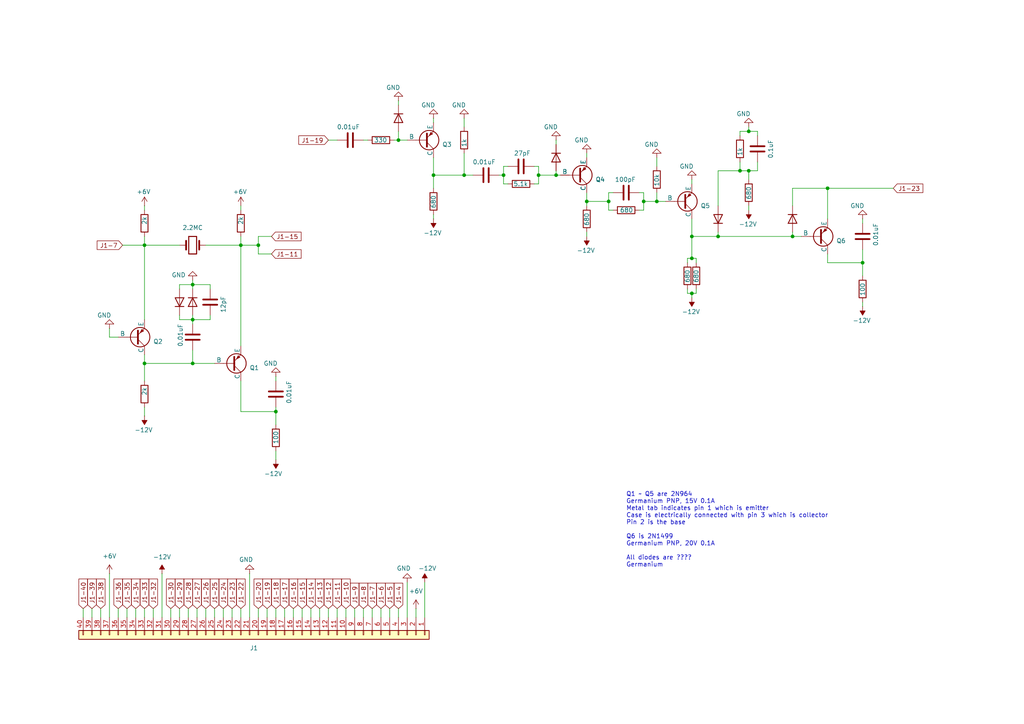
<source format=kicad_sch>
(kicad_sch (version 20250114) (generator "eeschema") (generator_version "9.0")
  (paper "A4")
  (lib_symbols
    (symbol "Connector_Generic:Conn_01x40" (pin_names (offset 1.016) (hide yes))
      (property "Reference" "J" (at 0 50.8 0))
      (property "Value" "Conn_01x40" (at 0 -53.34 0))
      (symbol "Conn_01x40_1_1"
        (rectangle (start -1.27 49.53) (end 1.27 -52.07) (stroke (width 0.254)) (fill (type background)))
        (rectangle (start -1.27 48.387) (end 0 48.133) (stroke (width 0.1524)))
        (rectangle (start -1.27 45.847) (end 0 45.593) (stroke (width 0.1524)))
        (rectangle (start -1.27 43.307) (end 0 43.053) (stroke (width 0.1524)))
        (rectangle (start -1.27 40.767) (end 0 40.513) (stroke (width 0.1524)))
        (rectangle (start -1.27 38.227) (end 0 37.973) (stroke (width 0.1524)))
        (rectangle (start -1.27 35.687) (end 0 35.433) (stroke (width 0.1524)))
        (rectangle (start -1.27 33.147) (end 0 32.893) (stroke (width 0.1524)))
        (rectangle (start -1.27 30.607) (end 0 30.353) (stroke (width 0.1524)))
        (rectangle (start -1.27 28.067) (end 0 27.813) (stroke (width 0.1524)))
        (rectangle (start -1.27 25.527) (end 0 25.273) (stroke (width 0.1524)))
        (rectangle (start -1.27 22.987) (end 0 22.733) (stroke (width 0.1524)))
        (rectangle (start -1.27 20.447) (end 0 20.193) (stroke (width 0.1524)))
        (rectangle (start -1.27 17.907) (end 0 17.653) (stroke (width 0.1524)))
        (rectangle (start -1.27 15.367) (end 0 15.113) (stroke (width 0.1524)))
        (rectangle (start -1.27 12.827) (end 0 12.573) (stroke (width 0.1524)))
        (rectangle (start -1.27 10.287) (end 0 10.033) (stroke (width 0.1524)))
        (rectangle (start -1.27 7.747) (end 0 7.493) (stroke (width 0.1524)))
        (rectangle (start -1.27 5.207) (end 0 4.953) (stroke (width 0.1524)))
        (rectangle (start -1.27 2.667) (end 0 2.413) (stroke (width 0.1524)))
        (rectangle (start -1.27 0.127) (end 0 -0.127) (stroke (width 0.1524)))
        (rectangle (start -1.27 -2.413) (end 0 -2.667) (stroke (width 0.1524)))
        (rectangle (start -1.27 -4.953) (end 0 -5.207) (stroke (width 0.1524)))
        (rectangle (start -1.27 -7.493) (end 0 -7.747) (stroke (width 0.1524)))
        (rectangle (start -1.27 -10.033) (end 0 -10.287) (stroke (width 0.1524)))
        (rectangle (start -1.27 -12.573) (end 0 -12.827) (stroke (width 0.1524)))
        (rectangle (start -1.27 -15.113) (end 0 -15.367) (stroke (width 0.1524)))
        (rectangle (start -1.27 -17.653) (end 0 -17.907) (stroke (width 0.1524)))
        (rectangle (start -1.27 -20.193) (end 0 -20.447) (stroke (width 0.1524)))
        (rectangle (start -1.27 -22.733) (end 0 -22.987) (stroke (width 0.1524)))
        (rectangle (start -1.27 -25.273) (end 0 -25.527) (stroke (width 0.1524)))
        (rectangle (start -1.27 -27.813) (end 0 -28.067) (stroke (width 0.1524)))
        (rectangle (start -1.27 -30.353) (end 0 -30.607) (stroke (width 0.1524)))
        (rectangle (start -1.27 -32.893) (end 0 -33.147) (stroke (width 0.1524)))
        (rectangle (start -1.27 -35.433) (end 0 -35.687) (stroke (width 0.1524)))
        (rectangle (start -1.27 -37.973) (end 0 -38.227) (stroke (width 0.1524)))
        (rectangle (start -1.27 -40.513) (end 0 -40.767) (stroke (width 0.1524)))
        (rectangle (start -1.27 -43.053) (end 0 -43.307) (stroke (width 0.1524)))
        (rectangle (start -1.27 -45.593) (end 0 -45.847) (stroke (width 0.1524)))
        (rectangle (start -1.27 -48.133) (end 0 -48.387) (stroke (width 0.1524)))
        (rectangle (start -1.27 -50.673) (end 0 -50.927) (stroke (width 0.1524)))
        (pin passive line (at -5.08 48.26 0) (length 3.81) (name "Pin_1") (number "1"))
        (pin passive line (at -5.08 45.72 0) (length 3.81) (name "Pin_2") (number "2"))
        (pin passive line (at -5.08 43.18 0) (length 3.81) (name "Pin_3") (number "3"))
        (pin passive line (at -5.08 40.64 0) (length 3.81) (name "Pin_4") (number "4"))
        (pin passive line (at -5.08 38.1 0) (length 3.81) (name "Pin_5") (number "5"))
        (pin passive line (at -5.08 35.56 0) (length 3.81) (name "Pin_6") (number "6"))
        (pin passive line (at -5.08 33.02 0) (length 3.81) (name "Pin_7") (number "7"))
        (pin passive line (at -5.08 30.48 0) (length 3.81) (name "Pin_8") (number "8"))
        (pin passive line (at -5.08 27.94 0) (length 3.81) (name "Pin_9") (number "9"))
        (pin passive line (at -5.08 25.4 0) (length 3.81) (name "Pin_10") (number "10"))
        (pin passive line (at -5.08 22.86 0) (length 3.81) (name "Pin_11") (number "11"))
        (pin passive line (at -5.08 20.32 0) (length 3.81) (name "Pin_12") (number "12"))
        (pin passive line (at -5.08 17.78 0) (length 3.81) (name "Pin_13") (number "13"))
        (pin passive line (at -5.08 15.24 0) (length 3.81) (name "Pin_14") (number "14"))
        (pin passive line (at -5.08 12.7 0) (length 3.81) (name "Pin_15") (number "15"))
        (pin passive line (at -5.08 10.16 0) (length 3.81) (name "Pin_16") (number "16"))
        (pin passive line (at -5.08 7.62 0) (length 3.81) (name "Pin_17") (number "17"))
        (pin passive line (at -5.08 5.08 0) (length 3.81) (name "Pin_18") (number "18"))
        (pin passive line (at -5.08 2.54 0) (length 3.81) (name "Pin_19") (number "19"))
        (pin passive line (at -5.08 0 0) (length 3.81) (name "Pin_20") (number "20"))
        (pin passive line (at -5.08 -2.54 0) (length 3.81) (name "Pin_21") (number "21"))
        (pin passive line (at -5.08 -5.08 0) (length 3.81) (name "Pin_22") (number "22"))
        (pin passive line (at -5.08 -7.62 0) (length 3.81) (name "Pin_23") (number "23"))
        (pin passive line (at -5.08 -10.16 0) (length 3.81) (name "Pin_24") (number "24"))
        (pin passive line (at -5.08 -12.7 0) (length 3.81) (name "Pin_25") (number "25"))
        (pin passive line (at -5.08 -15.24 0) (length 3.81) (name "Pin_26") (number "26"))
        (pin passive line (at -5.08 -17.78 0) (length 3.81) (name "Pin_27") (number "27"))
        (pin passive line (at -5.08 -20.32 0) (length 3.81) (name "Pin_28") (number "28"))
        (pin passive line (at -5.08 -22.86 0) (length 3.81) (name "Pin_29") (number "29"))
        (pin passive line (at -5.08 -25.4 0) (length 3.81) (name "Pin_30") (number "30"))
        (pin passive line (at -5.08 -27.94 0) (length 3.81) (name "Pin_31") (number "31"))
        (pin passive line (at -5.08 -30.48 0) (length 3.81) (name "Pin_32") (number "32"))
        (pin passive line (at -5.08 -33.02 0) (length 3.81) (name "Pin_33") (number "33"))
        (pin passive line (at -5.08 -35.56 0) (length 3.81) (name "Pin_34") (number "34"))
        (pin passive line (at -5.08 -38.1 0) (length 3.81) (name "Pin_35") (number "35"))
        (pin passive line (at -5.08 -40.64 0) (length 3.81) (name "Pin_36") (number "36"))
        (pin passive line (at -5.08 -43.18 0) (length 3.81) (name "Pin_37") (number "37"))
        (pin passive line (at -5.08 -45.72 0) (length 3.81) (name "Pin_38") (number "38"))
        (pin passive line (at -5.08 -48.26 0) (length 3.81) (name "Pin_39") (number "39"))
        (pin passive line (at -5.08 -50.8 0) (length 3.81) (name "Pin_40") (number "40"))
      )
    )
    (symbol "Device:C" (pin_numbers (hide yes)) (pin_names (offset 0.254))
      (property "Reference" "C" (at 0.635 2.54 0))
      (property "Value" "C" (at 0.635 -2.54 0))
      (symbol "C_0_1"
        (polyline (pts (xy -2.032 0.762) (xy 2.032 0.762)) (stroke (width 0.508)))
        (polyline (pts (xy -2.032 -0.762) (xy 2.032 -0.762)) (stroke (width 0.508)))
      )
      (symbol "C_1_1"
        (pin passive line (at 0 3.81 270) (length 2.794) (name "~") (number "1"))
        (pin passive line (at 0 -3.81 90) (length 2.794) (name "~") (number "2"))
      )
    )
    (symbol "Device:Crystal" (pin_numbers (hide yes)) (pin_names (offset 1.016) (hide yes))
      (property "Reference" "Y" (at 0 3.81 0))
      (property "Value" "Crystal" (at 0 -3.81 0))
      (symbol "Crystal_0_1"
        (polyline (pts (xy -2.54 0) (xy -1.905 0)))
        (polyline (pts (xy -1.905 -1.27) (xy -1.905 1.27)) (stroke (width 0.508)))
        (rectangle (start -1.143 2.54) (end 1.143 -2.54) (stroke (width 0.3048)))
        (polyline (pts (xy 1.905 -1.27) (xy 1.905 1.27)) (stroke (width 0.508)))
        (polyline (pts (xy 2.54 0) (xy 1.905 0)))
      )
      (symbol "Crystal_1_1"
        (pin passive line (at -3.81 0 0) (length 1.27) (name "1") (number "1"))
        (pin passive line (at 3.81 0 180) (length 1.27) (name "2") (number "2"))
      )
    )
    (symbol "Device:D" (pin_numbers (hide yes)) (pin_names (offset 1.016) (hide yes))
      (property "Reference" "D" (at 0 2.54 0))
      (property "Value" "D" (at 0 -2.54 0))
      (symbol "D_0_1"
        (polyline (pts (xy -1.27 1.27) (xy -1.27 -1.27)) (stroke (width 0.254)))
        (polyline (pts (xy 1.27 1.27) (xy 1.27 -1.27) (xy -1.27 0) (xy 1.27 1.27)) (stroke (width 0.254)))
        (polyline (pts (xy 1.27 0) (xy -1.27 0)))
      )
      (symbol "D_1_1"
        (pin passive line (at -3.81 0 0) (length 2.54) (name "K") (number "1"))
        (pin passive line (at 3.81 0 180) (length 2.54) (name "A") (number "2"))
      )
    )
    (symbol "Device:R" (pin_numbers (hide yes)) (pin_names (offset 0))
      (property "Reference" "R" (at 2.032 0 90))
      (property "Value" "R" (at 0 0 90))
      (symbol "R_0_1"
        (rectangle (start -1.016 -2.54) (end 1.016 2.54) (stroke (width 0.254)))
      )
      (symbol "R_1_1"
        (pin passive line (at 0 3.81 270) (length 1.27) (name "~") (number "1"))
        (pin passive line (at 0 -3.81 90) (length 1.27) (name "~") (number "2"))
      )
    )
    (symbol "Simulation_SPICE:PNP" (pin_numbers (hide yes)) (pin_names (offset 0))
      (property "Reference" "Q" (at -2.54 7.62 0))
      (property "Value" "PNP" (at -2.54 5.08 0))
      (symbol "PNP_0_1"
        (polyline (pts (xy -2.54 0) (xy 0.635 0)) (stroke (width 0.1524)))
        (polyline (pts (xy 0.635 1.905) (xy 0.635 -1.905) (xy 0.635 -1.905)) (stroke (width 0.508)))
        (polyline (pts (xy 0.635 0.635) (xy 2.54 2.54)))
        (polyline (pts (xy 0.635 -0.635) (xy 2.54 -2.54) (xy 2.54 -2.54)))
        (circle (center 1.27 0) (radius 2.8194) (stroke (width 0.254)))
        (polyline (pts (xy 2.286 -1.778) (xy 1.778 -2.286) (xy 1.27 -1.27) (xy 2.286 -1.778) (xy 2.286 -1.778)) (fill (type outline)))
      )
      (symbol "PNP_1_1"
        (pin input line (at -5.08 0 0) (length 2.54) (name "B") (number "2"))
        (pin open_collector line (at 2.54 5.08 270) (length 2.54) (name "C") (number "1"))
        (pin open_emitter line (at 2.54 -5.08 90) (length 2.54) (name "E") (number "3"))
      )
    )
    (symbol "power:+6V" (power) (pin_numbers (hide yes)) (pin_names (offset 0) (hide yes))
      (property "Value" "+6V" (at 0 3.556 0))
      (symbol "+6V_0_1"
        (polyline (pts (xy -0.762 1.27) (xy 0 2.54)))
        (polyline (pts (xy 0 2.54) (xy 0.762 1.27)))
        (polyline (pts (xy 0 0) (xy 0 2.54)))
      )
      (symbol "+6V_1_1"
        (pin power_in line (at 0 0 90) (length 0) (name "~") (number "1"))
      )
    )
    (symbol "power:-12V" (power) (pin_numbers (hide yes)) (pin_names (offset 0) (hide yes))
      (property "Value" "-12V" (at 0 3.556 0))
      (symbol "-12V_0_0"
        (pin power_in line (at 0 0 90) (length 0) (name "~") (number "1"))
      )
      (symbol "-12V_0_1"
        (polyline (pts (xy 0 0) (xy 0 1.27) (xy 0.762 1.27) (xy 0 2.54) (xy -0.762 1.27) (xy 0 1.27)) (fill (type outline)))
      )
    )
    (symbol "power:GND" (power) (pin_numbers (hide yes)) (pin_names (offset 0) (hide yes))
      (property "Value" "GND" (at 0 -3.81 0))
      (symbol "GND_0_1"
        (polyline (pts (xy 0 0) (xy 0 -1.27) (xy 1.27 -1.27) (xy 0 -2.54) (xy -1.27 -1.27) (xy 0 -1.27)))
      )
      (symbol "GND_1_1"
        (pin power_in line (at 0 0 270) (length 0) (name "~") (number "1"))
      )
    )
  )
  (text "Q1 ~ Q5 are 2N964\nGermanium PNP, 15V 0.1A\nMetal tab indicates pin 1 which is emitter\nCase is electrically connected with pin 3 which is collector\nPin 2 is the base\n\nQ6 is 2N1499\nGermanium PNP, 20V 0.1A\n\nAll diodes are ????\nGermanium" (at 181.61 153.67 0) (effects (font (size 1.27 1.27)) (justify left)))
  (junction (at 115.57 40.64))
  (junction (at 80.01 119.38))
  (junction (at 250.19 76.2))
  (junction (at 217.17 38.1))
  (junction (at 55.88 105.41))
  (junction (at 229.87 68.58))
  (junction (at 69.85 71.12))
  (junction (at 190.5 58.42))
  (junction (at 125.73 50.8))
  (junction (at 41.91 105.41))
  (junction (at 146.05 50.8))
  (junction (at 240.03 54.61))
  (junction (at 74.93 71.12))
  (junction (at 55.88 82.55))
  (junction (at 134.62 50.8))
  (junction (at 176.53 58.42))
  (junction (at 41.91 71.12))
  (junction (at 156.21 50.8))
  (junction (at 200.66 85.09))
  (junction (at 200.66 68.58))
  (junction (at 55.88 92.71))
  (junction (at 186.69 58.42))
  (junction (at 161.29 50.8))
  (junction (at 170.18 58.42))
  (junction (at 214.63 49.53))
  (junction (at 208.28 68.58))
  (junction (at 200.66 74.93))
  (junction (at 217.17 49.53))
  (wire (pts (xy 134.62 50.8) (xy 137.16 50.8)))
  (wire (pts (xy 170.18 55.88) (xy 170.18 58.42)))
  (wire (pts (xy 200.66 52.07) (xy 200.66 53.34)))
  (wire (pts (xy 69.85 71.12) (xy 74.93 71.12)))
  (wire (pts (xy 125.73 34.29) (xy 125.73 35.56)))
  (wire (pts (xy 46.99 166.37) (xy 46.99 179.07)))
  (wire (pts (xy 39.37 176.53) (xy 39.37 179.07)))
  (wire (pts (xy 147.32 53.34) (xy 146.05 53.34)))
  (wire (pts (xy 214.63 38.1) (xy 214.63 39.37)))
  (wire (pts (xy 55.88 82.55) (xy 55.88 81.28)))
  (wire (pts (xy 200.66 85.09) (xy 199.39 85.09)))
  (wire (pts (xy 229.87 54.61) (xy 229.87 59.69)))
  (wire (pts (xy 176.53 60.96) (xy 176.53 58.42)))
  (wire (pts (xy 146.05 48.26) (xy 147.32 48.26)))
  (wire (pts (xy 161.29 40.64) (xy 161.29 41.91)))
  (wire (pts (xy 54.61 176.53) (xy 54.61 179.07)))
  (wire (pts (xy 110.49 176.53) (xy 110.49 179.07)))
  (wire (pts (xy 199.39 74.93) (xy 200.66 74.93)))
  (wire (pts (xy 77.47 176.53) (xy 77.47 179.07)))
  (wire (pts (xy 154.94 53.34) (xy 156.21 53.34)))
  (wire (pts (xy 107.95 176.53) (xy 107.95 179.07)))
  (wire (pts (xy 190.5 55.88) (xy 190.5 58.42)))
  (wire (pts (xy 80.01 118.11) (xy 80.01 119.38)))
  (wire (pts (xy 44.45 176.53) (xy 44.45 179.07)))
  (wire (pts (xy 100.33 176.53) (xy 100.33 179.07)))
  (wire (pts (xy 41.91 105.41) (xy 41.91 110.49)))
  (wire (pts (xy 41.91 59.69) (xy 41.91 60.96)))
  (wire (pts (xy 154.94 48.26) (xy 156.21 48.26)))
  (wire (pts (xy 41.91 118.11) (xy 41.91 120.65)))
  (wire (pts (xy 113.03 176.53) (xy 113.03 179.07)))
  (wire (pts (xy 199.39 85.09) (xy 199.39 83.82)))
  (wire (pts (xy 60.96 92.71) (xy 55.88 92.71)))
  (wire (pts (xy 80.01 119.38) (xy 69.85 119.38)))
  (wire (pts (xy 214.63 46.99) (xy 214.63 49.53)))
  (wire (pts (xy 250.19 72.39) (xy 250.19 76.2)))
  (wire (pts (xy 134.62 44.45) (xy 134.62 50.8)))
  (wire (pts (xy 90.17 176.53) (xy 90.17 179.07)))
  (wire (pts (xy 156.21 50.8) (xy 156.21 48.26)))
  (wire (pts (xy 146.05 50.8) (xy 146.05 48.26)))
  (wire (pts (xy 125.73 62.23) (xy 125.73 63.5)))
  (wire (pts (xy 105.41 40.64) (xy 106.68 40.64)))
  (wire (pts (xy 55.88 101.6) (xy 55.88 105.41)))
  (wire (pts (xy 24.13 176.53) (xy 24.13 179.07)))
  (wire (pts (xy 156.21 50.8) (xy 161.29 50.8)))
  (wire (pts (xy 170.18 44.45) (xy 170.18 45.72)))
  (wire (pts (xy 36.83 176.53) (xy 36.83 179.07)))
  (wire (pts (xy 49.53 176.53) (xy 49.53 179.07)))
  (wire (pts (xy 229.87 68.58) (xy 232.41 68.58)))
  (wire (pts (xy 201.93 83.82) (xy 201.93 85.09)))
  (wire (pts (xy 208.28 68.58) (xy 229.87 68.58)))
  (wire (pts (xy 185.42 55.88) (xy 186.69 55.88)))
  (wire (pts (xy 95.25 176.53) (xy 95.25 179.07)))
  (wire (pts (xy 177.8 60.96) (xy 176.53 60.96)))
  (wire (pts (xy 74.93 71.12) (xy 74.93 73.66)))
  (wire (pts (xy 176.53 55.88) (xy 177.8 55.88)))
  (wire (pts (xy 240.03 54.61) (xy 240.03 63.5)))
  (wire (pts (xy 105.41 176.53) (xy 105.41 179.07)))
  (wire (pts (xy 208.28 67.31) (xy 208.28 68.58)))
  (wire (pts (xy 114.3 40.64) (xy 115.57 40.64)))
  (wire (pts (xy 87.63 176.53) (xy 87.63 179.07)))
  (wire (pts (xy 34.29 176.53) (xy 34.29 179.07)))
  (wire (pts (xy 250.19 63.5) (xy 250.19 64.77)))
  (wire (pts (xy 186.69 58.42) (xy 186.69 60.96)))
  (wire (pts (xy 200.66 68.58) (xy 200.66 74.93)))
  (wire (pts (xy 115.57 176.53) (xy 115.57 179.07)))
  (wire (pts (xy 74.93 68.58) (xy 74.93 71.12)))
  (wire (pts (xy 80.01 176.53) (xy 80.01 179.07)))
  (wire (pts (xy 208.28 49.53) (xy 208.28 59.69)))
  (wire (pts (xy 146.05 53.34) (xy 146.05 50.8)))
  (wire (pts (xy 35.56 71.12) (xy 41.91 71.12)))
  (wire (pts (xy 219.71 46.99) (xy 219.71 49.53)))
  (wire (pts (xy 115.57 29.21) (xy 115.57 30.48)))
  (wire (pts (xy 69.85 71.12) (xy 69.85 100.33)))
  (wire (pts (xy 217.17 59.69) (xy 217.17 60.96)))
  (wire (pts (xy 72.39 166.37) (xy 72.39 179.07)))
  (wire (pts (xy 55.88 83.82) (xy 55.88 82.55)))
  (wire (pts (xy 52.07 176.53) (xy 52.07 179.07)))
  (wire (pts (xy 134.62 34.29) (xy 134.62 36.83)))
  (wire (pts (xy 125.73 50.8) (xy 125.73 54.61)))
  (wire (pts (xy 69.85 68.58) (xy 69.85 71.12)))
  (wire (pts (xy 85.09 176.53) (xy 85.09 179.07)))
  (wire (pts (xy 200.66 85.09) (xy 200.66 86.36)))
  (wire (pts (xy 41.91 105.41) (xy 55.88 105.41)))
  (wire (pts (xy 67.31 176.53) (xy 67.31 179.07)))
  (wire (pts (xy 69.85 176.53) (xy 69.85 179.07)))
  (wire (pts (xy 57.15 176.53) (xy 57.15 179.07)))
  (wire (pts (xy 92.71 176.53) (xy 92.71 179.07)))
  (wire (pts (xy 125.73 50.8) (xy 134.62 50.8)))
  (wire (pts (xy 41.91 68.58) (xy 41.91 71.12)))
  (wire (pts (xy 55.88 82.55) (xy 52.07 82.55)))
  (wire (pts (xy 217.17 36.83) (xy 217.17 38.1)))
  (wire (pts (xy 200.66 85.09) (xy 201.93 85.09)))
  (wire (pts (xy 60.96 82.55) (xy 55.88 82.55)))
  (wire (pts (xy 250.19 76.2) (xy 250.19 80.01)))
  (wire (pts (xy 60.96 83.82) (xy 60.96 82.55)))
  (wire (pts (xy 125.73 45.72) (xy 125.73 50.8)))
  (wire (pts (xy 78.74 73.66) (xy 74.93 73.66)))
  (wire (pts (xy 240.03 76.2) (xy 240.03 73.66)))
  (wire (pts (xy 170.18 58.42) (xy 170.18 59.69)))
  (wire (pts (xy 170.18 67.31) (xy 170.18 68.58)))
  (wire (pts (xy 82.55 176.53) (xy 82.55 179.07)))
  (wire (pts (xy 199.39 76.2) (xy 199.39 74.93)))
  (wire (pts (xy 214.63 49.53) (xy 208.28 49.53)))
  (wire (pts (xy 62.23 176.53) (xy 62.23 179.07)))
  (wire (pts (xy 29.21 176.53) (xy 29.21 179.07)))
  (wire (pts (xy 118.11 168.91) (xy 118.11 179.07)))
  (wire (pts (xy 186.69 55.88) (xy 186.69 58.42)))
  (wire (pts (xy 156.21 53.34) (xy 156.21 50.8)))
  (wire (pts (xy 69.85 59.69) (xy 69.85 60.96)))
  (wire (pts (xy 120.65 176.53) (xy 120.65 179.07)))
  (wire (pts (xy 229.87 54.61) (xy 240.03 54.61)))
  (wire (pts (xy 80.01 130.81) (xy 80.01 133.35)))
  (wire (pts (xy 69.85 119.38) (xy 69.85 110.49)))
  (wire (pts (xy 80.01 119.38) (xy 80.01 123.19)))
  (wire (pts (xy 219.71 38.1) (xy 217.17 38.1)))
  (wire (pts (xy 31.75 97.79) (xy 31.75 95.25)))
  (wire (pts (xy 97.79 176.53) (xy 97.79 179.07)))
  (wire (pts (xy 219.71 49.53) (xy 217.17 49.53)))
  (wire (pts (xy 190.5 45.72) (xy 190.5 48.26)))
  (wire (pts (xy 250.19 87.63) (xy 250.19 88.9)))
  (wire (pts (xy 123.19 168.91) (xy 123.19 179.07)))
  (wire (pts (xy 60.96 91.44) (xy 60.96 92.71)))
  (wire (pts (xy 250.19 76.2) (xy 240.03 76.2)))
  (wire (pts (xy 55.88 92.71) (xy 55.88 91.44)))
  (wire (pts (xy 217.17 49.53) (xy 217.17 52.07)))
  (wire (pts (xy 217.17 49.53) (xy 214.63 49.53)))
  (wire (pts (xy 200.66 74.93) (xy 201.93 74.93)))
  (wire (pts (xy 26.67 176.53) (xy 26.67 179.07)))
  (wire (pts (xy 201.93 74.93) (xy 201.93 76.2)))
  (wire (pts (xy 115.57 38.1) (xy 115.57 40.64)))
  (wire (pts (xy 52.07 92.71) (xy 55.88 92.71)))
  (wire (pts (xy 41.91 176.53) (xy 41.91 179.07)))
  (wire (pts (xy 240.03 54.61) (xy 259.08 54.61)))
  (wire (pts (xy 74.93 176.53) (xy 74.93 179.07)))
  (wire (pts (xy 217.17 38.1) (xy 214.63 38.1)))
  (wire (pts (xy 176.53 58.42) (xy 176.53 55.88)))
  (wire (pts (xy 161.29 50.8) (xy 162.56 50.8)))
  (wire (pts (xy 219.71 39.37) (xy 219.71 38.1)))
  (wire (pts (xy 59.69 176.53) (xy 59.69 179.07)))
  (wire (pts (xy 52.07 82.55) (xy 52.07 83.82)))
  (wire (pts (xy 200.66 63.5) (xy 200.66 68.58)))
  (wire (pts (xy 170.18 58.42) (xy 176.53 58.42)))
  (wire (pts (xy 55.88 92.71) (xy 55.88 93.98)))
  (wire (pts (xy 55.88 105.41) (xy 62.23 105.41)))
  (wire (pts (xy 52.07 91.44) (xy 52.07 92.71)))
  (wire (pts (xy 161.29 49.53) (xy 161.29 50.8)))
  (wire (pts (xy 64.77 176.53) (xy 64.77 179.07)))
  (wire (pts (xy 41.91 102.87) (xy 41.91 105.41)))
  (wire (pts (xy 95.25 40.64) (xy 97.79 40.64)))
  (wire (pts (xy 190.5 58.42) (xy 193.04 58.42)))
  (wire (pts (xy 185.42 60.96) (xy 186.69 60.96)))
  (wire (pts (xy 31.75 166.37) (xy 31.75 179.07)))
  (wire (pts (xy 34.29 97.79) (xy 31.75 97.79)))
  (wire (pts (xy 102.87 176.53) (xy 102.87 179.07)))
  (wire (pts (xy 78.74 68.58) (xy 74.93 68.58)))
  (wire (pts (xy 115.57 40.64) (xy 118.11 40.64)))
  (wire (pts (xy 186.69 58.42) (xy 190.5 58.42)))
  (wire (pts (xy 229.87 67.31) (xy 229.87 68.58)))
  (wire (pts (xy 41.91 71.12) (xy 41.91 92.71)))
  (wire (pts (xy 144.78 50.8) (xy 146.05 50.8)))
  (wire (pts (xy 200.66 68.58) (xy 208.28 68.58)))
  (wire (pts (xy 59.69 71.12) (xy 69.85 71.12)))
  (wire (pts (xy 52.07 71.12) (xy 41.91 71.12)))
  (wire (pts (xy 80.01 110.49) (xy 80.01 109.22)))
  (global_label "J1-25" (shape input) (at 62.23 176.53 90) (property "Intersheetrefs" "${INTERSHEET_REFS}" (effects (hide yes))))
  (global_label "J1-16" (shape input) (at 85.09 176.53 90) (property "Intersheetrefs" "${INTERSHEET_REFS}" (effects (hide yes))))
  (global_label "J1-26" (shape input) (at 59.69 176.53 90) (property "Intersheetrefs" "${INTERSHEET_REFS}" (effects (hide yes))))
  (global_label "J1-7" (shape input) (at 35.56 71.12 180) (property "Intersheetrefs" "${INTERSHEET_REFS}" (effects (hide yes))))
  (global_label "J1-17" (shape input) (at 82.55 176.53 90) (property "Intersheetrefs" "${INTERSHEET_REFS}" (effects (hide yes))))
  (global_label "J1-15" (shape input) (at 78.74 68.58 0) (property "Intersheetrefs" "${INTERSHEET_REFS}" (effects (hide yes))))
  (global_label "J1-40" (shape input) (at 24.13 176.53 90) (property "Intersheetrefs" "${INTERSHEET_REFS}" (effects (hide yes))))
  (global_label "J1-38" (shape input) (at 29.21 176.53 90) (property "Intersheetrefs" "${INTERSHEET_REFS}" (effects (hide yes))))
  (global_label "J1-9" (shape input) (at 102.87 176.53 90) (property "Intersheetrefs" "${INTERSHEET_REFS}" (effects (hide yes))))
  (global_label "J1-34" (shape input) (at 39.37 176.53 90) (property "Intersheetrefs" "${INTERSHEET_REFS}" (effects (hide yes))))
  (global_label "J1-23" (shape input) (at 259.08 54.61 0) (property "Intersheetrefs" "${INTERSHEET_REFS}" (effects (hide yes))))
  (global_label "J1-24" (shape input) (at 64.77 176.53 90) (property "Intersheetrefs" "${INTERSHEET_REFS}" (effects (hide yes))))
  (global_label "J1-36" (shape input) (at 34.29 176.53 90) (property "Intersheetrefs" "${INTERSHEET_REFS}" (effects (hide yes))))
  (global_label "J1-22" (shape input) (at 69.85 176.53 90) (property "Intersheetrefs" "${INTERSHEET_REFS}" (effects (hide yes))))
  (global_label "J1-13" (shape input) (at 92.71 176.53 90) (property "Intersheetrefs" "${INTERSHEET_REFS}" (effects (hide yes))))
  (global_label "J1-27" (shape input) (at 57.15 176.53 90) (property "Intersheetrefs" "${INTERSHEET_REFS}" (effects (hide yes))))
  (global_label "J1-4" (shape input) (at 115.57 176.53 90) (property "Intersheetrefs" "${INTERSHEET_REFS}" (effects (hide yes))))
  (global_label "J1-23" (shape input) (at 67.31 176.53 90) (property "Intersheetrefs" "${INTERSHEET_REFS}" (effects (hide yes))))
  (global_label "J1-28" (shape input) (at 54.61 176.53 90) (property "Intersheetrefs" "${INTERSHEET_REFS}" (effects (hide yes))))
  (global_label "J1-14" (shape input) (at 90.17 176.53 90) (property "Intersheetrefs" "${INTERSHEET_REFS}" (effects (hide yes))))
  (global_label "J1-33" (shape input) (at 41.91 176.53 90) (property "Intersheetrefs" "${INTERSHEET_REFS}" (effects (hide yes))))
  (global_label "J1-35" (shape input) (at 36.83 176.53 90) (property "Intersheetrefs" "${INTERSHEET_REFS}" (effects (hide yes))))
  (global_label "J1-11" (shape input) (at 97.79 176.53 90) (property "Intersheetrefs" "${INTERSHEET_REFS}" (effects (hide yes))))
  (global_label "J1-19" (shape input) (at 95.25 40.64 180) (property "Intersheetrefs" "${INTERSHEET_REFS}" (effects (hide yes))))
  (global_label "J1-10" (shape input) (at 100.33 176.53 90) (property "Intersheetrefs" "${INTERSHEET_REFS}" (effects (hide yes))))
  (global_label "J1-30" (shape input) (at 49.53 176.53 90) (property "Intersheetrefs" "${INTERSHEET_REFS}" (effects (hide yes))))
  (global_label "J1-7" (shape input) (at 107.95 176.53 90) (property "Intersheetrefs" "${INTERSHEET_REFS}" (effects (hide yes))))
  (global_label "J1-39" (shape input) (at 26.67 176.53 90) (property "Intersheetrefs" "${INTERSHEET_REFS}" (effects (hide yes))))
  (global_label "J1-5" (shape input) (at 113.03 176.53 90) (property "Intersheetrefs" "${INTERSHEET_REFS}" (effects (hide yes))))
  (global_label "J1-6" (shape input) (at 110.49 176.53 90) (property "Intersheetrefs" "${INTERSHEET_REFS}" (effects (hide yes))))
  (global_label "J1-32" (shape input) (at 44.45 176.53 90) (property "Intersheetrefs" "${INTERSHEET_REFS}" (effects (hide yes))))
  (global_label "J1-18" (shape input) (at 80.01 176.53 90) (property "Intersheetrefs" "${INTERSHEET_REFS}" (effects (hide yes))))
  (global_label "J1-15" (shape input) (at 87.63 176.53 90) (property "Intersheetrefs" "${INTERSHEET_REFS}" (effects (hide yes))))
  (global_label "J1-11" (shape input) (at 78.74 73.66 0) (property "Intersheetrefs" "${INTERSHEET_REFS}" (effects (hide yes))))
  (global_label "J1-12" (shape input) (at 95.25 176.53 90) (property "Intersheetrefs" "${INTERSHEET_REFS}" (effects (hide yes))))
  (global_label "J1-19" (shape input) (at 77.47 176.53 90) (property "Intersheetrefs" "${INTERSHEET_REFS}" (effects (hide yes))))
  (global_label "J1-8" (shape input) (at 105.41 176.53 90) (property "Intersheetrefs" "${INTERSHEET_REFS}" (effects (hide yes))))
  (global_label "J1-20" (shape input) (at 74.93 176.53 90) (property "Intersheetrefs" "${INTERSHEET_REFS}" (effects (hide yes))))
  (global_label "J1-29" (shape input) (at 52.07 176.53 90) (property "Intersheetrefs" "${INTERSHEET_REFS}" (effects (hide yes))))
  (symbol (lib_id "Device:R") (at 181.61 60.96 90) (mirror x) (unit 1)
    (property "Reference" "R62" (effects (hide yes)))
    (property "Value" "680" (at 183.642 60.96 90) (effects (justify left)))
    (property "Description" "Resistor" (effects (hide yes)))
  )
  (symbol (lib_id "Device:R") (at 217.17 55.88 0) (mirror y) (unit 1)
    (property "Reference" "R67" (effects (hide yes)))
    (property "Value" "680" (at 217.17 57.912 90) (effects (justify left)))
    (property "Description" "Resistor" (effects (hide yes)))
  )
  (symbol (lib_id "power:+6V") (at 69.85 59.69 0) (unit 1)
    (property "Reference" "#PWR068" (effects (hide yes)))
    (property "Value" "+6V" (at 69.596 55.626 0))
    (property "Description" "Power symbol creates a global label with name \"+6V\"" (effects (hide yes)))
  )
  (symbol (lib_id "Device:C") (at 80.01 114.3 0) (mirror y) (unit 1)
    (property "Reference" "C12" (effects (hide yes)))
    (property "Value" "0.01uF" (at 83.82 117.094 90) (effects (justify left)))
    (property "Description" "Unpolarized capacitor" (effects (hide yes)))
  )
  (symbol (lib_id "Device:R") (at 69.85 64.77 0) (mirror x) (unit 1)
    (property "Reference" "R53" (effects (hide yes)))
    (property "Value" "2k" (at 69.85 62.738 90) (effects (justify left)))
    (property "Description" "Resistor" (effects (hide yes)))
  )
  (symbol (lib_id "Simulation_SPICE:PNP") (at 123.19 40.64 0) (mirror x) (unit 1)
    (property "Reference" "Q3" (at 128.27 41.9101 0) (effects (justify left)))
    (property "Value" "PNP" (effects (hide yes)))
    (property "Datasheet" "https://ngspice.sourceforge.io/docs/ngspice-html-manual/manual.xhtml#cha_BJTs" (effects (hide yes)))
    (property "Description" "Bipolar transistor symbol for simulation only, substrate tied to the emitter" (effects (hide yes)))
    (property "Sim.Device" "PNP" (effects (hide yes)))
    (property "Sim.Type" "GUMMELPOON" (effects (hide yes)))
    (property "Sim.Pins" "1=C 2=B 3=E" (effects (hide yes)))
  )
  (symbol (lib_id "power:GND") (at 170.18 44.45 180) (unit 1)
    (property "Reference" "#PWR022" (effects (hide yes)))
    (property "Value" "GND" (at 168.656 40.64 0))
    (property "Description" "Power symbol creates a global label with name \"GND\" , ground" (effects (hide yes)))
  )
  (symbol (lib_id "power:GND") (at 55.88 81.28 180) (unit 1)
    (property "Reference" "#PWR015" (effects (hide yes)))
    (property "Value" "GND" (at 51.816 79.756 0))
    (property "Description" "Power symbol creates a global label with name \"GND\" , ground" (effects (hide yes)))
  )
  (symbol (lib_id "Simulation_SPICE:PNP") (at 198.12 58.42 0) (mirror x) (unit 1)
    (property "Reference" "Q5" (at 203.2 59.6901 0) (effects (justify left)))
    (property "Value" "PNP" (effects (hide yes)))
    (property "Datasheet" "https://ngspice.sourceforge.io/docs/ngspice-html-manual/manual.xhtml#cha_BJTs" (effects (hide yes)))
    (property "Description" "Bipolar transistor symbol for simulation only, substrate tied to the emitter" (effects (hide yes)))
    (property "Sim.Device" "PNP" (effects (hide yes)))
    (property "Sim.Type" "GUMMELPOON" (effects (hide yes)))
    (property "Sim.Pins" "1=C 2=B 3=E" (effects (hide yes)))
  )
  (symbol (lib_id "power:GND") (at 80.01 109.22 180) (unit 1)
    (property "Reference" "#PWR012" (effects (hide yes)))
    (property "Value" "GND" (at 78.486 105.41 0))
    (property "Description" "Power symbol creates a global label with name \"GND\" , ground" (effects (hide yes)))
  )
  (symbol (lib_id "power:GND") (at 118.11 168.91 180) (unit 1)
    (property "Reference" "#PWR01" (effects (hide yes)))
    (property "Value" "GND" (at 117.094 164.846 0))
    (property "Description" "Power symbol creates a global label with name \"GND\" , ground" (effects (hide yes)))
  )
  (symbol (lib_id "power:+6V") (at 120.65 176.53 0) (unit 1)
    (property "Reference" "#PWR02" (effects (hide yes)))
    (property "Value" "+6V" (at 120.65 171.45 0))
    (property "Description" "Power symbol creates a global label with name \"+6V\"" (effects (hide yes)))
  )
  (symbol (lib_id "Device:R") (at 41.91 114.3 0) (mirror x) (unit 1)
    (property "Reference" "R55" (effects (hide yes)))
    (property "Value" "2k" (at 41.91 112.268 90) (effects (justify left)))
    (property "Description" "Resistor" (effects (hide yes)))
  )
  (symbol (lib_id "power:GND") (at 250.19 63.5 180) (unit 1)
    (property "Reference" "#PWR030" (effects (hide yes)))
    (property "Value" "GND" (at 248.666 59.69 0))
    (property "Description" "Power symbol creates a global label with name \"GND\" , ground" (effects (hide yes)))
  )
  (symbol (lib_id "power:GND") (at 115.57 29.21 180) (unit 1)
    (property "Reference" "#PWR018" (effects (hide yes)))
    (property "Value" "GND" (at 114.046 25.4 0))
    (property "Description" "Power symbol creates a global label with name \"GND\" , ground" (effects (hide yes)))
  )
  (symbol (lib_id "Device:D") (at 229.87 63.5 90) (mirror x) (unit 1)
    (property "Reference" "D106" (effects (hide yes)))
    (property "Value" "D" (effects (hide yes)))
    (property "Description" "Diode" (effects (hide yes)))
    (property "Sim.Device" "D" (effects (hide yes)))
    (property "Sim.Pins" "1=K 2=A" (effects (hide yes)))
  )
  (symbol (lib_id "power:GND") (at 125.73 34.29 180) (unit 1)
    (property "Reference" "#PWR017" (effects (hide yes)))
    (property "Value" "GND" (at 124.206 30.48 0))
    (property "Description" "Power symbol creates a global label with name \"GND\" , ground" (effects (hide yes)))
  )
  (symbol (lib_id "Device:C") (at 60.96 87.63 0) (mirror x) (unit 1)
    (property "Reference" "C14" (effects (hide yes)))
    (property "Value" "12pF" (at 64.77 85.852 90) (effects (justify left)))
    (property "Description" "Unpolarized capacitor" (effects (hide yes)))
  )
  (symbol (lib_id "power:-12V") (at 250.19 88.9 180) (unit 1)
    (property "Reference" "#PWR029" (effects (hide yes)))
    (property "Value" "-12V" (at 249.936 92.964 0))
    (property "Description" "Power symbol creates a global label with name \"-12V\"" (effects (hide yes)))
  )
  (symbol (lib_id "power:+6V") (at 41.91 59.69 0) (unit 1)
    (property "Reference" "#PWR069" (effects (hide yes)))
    (property "Value" "+6V" (at 41.656 55.626 0))
    (property "Description" "Power symbol creates a global label with name \"+6V\"" (effects (hide yes)))
  )
  (symbol (lib_id "Device:R") (at 201.93 80.01 0) (mirror y) (unit 1)
    (property "Reference" "R65" (effects (hide yes)))
    (property "Value" "680" (at 201.93 82.042 90) (effects (justify left)))
    (property "Description" "Resistor" (effects (hide yes)))
  )
  (symbol (lib_id "power:-12V") (at 123.19 168.91 0) (unit 1)
    (property "Reference" "#PWR06" (effects (hide yes)))
    (property "Value" "-12V" (at 123.952 164.846 0))
    (property "Description" "Power symbol creates a global label with name \"-12V\"" (effects (hide yes)))
  )
  (symbol (lib_id "Simulation_SPICE:PNP") (at 39.37 97.79 0) (mirror x) (unit 1)
    (property "Reference" "Q2" (at 44.45 99.0601 0) (effects (justify left)))
    (property "Value" "PNP" (effects (hide yes)))
    (property "Datasheet" "https://ngspice.sourceforge.io/docs/ngspice-html-manual/manual.xhtml#cha_BJTs" (effects (hide yes)))
    (property "Description" "Bipolar transistor symbol for simulation only, substrate tied to the emitter" (effects (hide yes)))
    (property "Sim.Device" "PNP" (effects (hide yes)))
    (property "Sim.Type" "GUMMELPOON" (effects (hide yes)))
    (property "Sim.Pins" "1=C 2=B 3=E" (effects (hide yes)))
  )
  (symbol (lib_id "Device:R") (at 170.18 63.5 0) (mirror y) (unit 1)
    (property "Reference" "R61" (effects (hide yes)))
    (property "Value" "680" (at 170.18 65.532 90) (effects (justify left)))
    (property "Description" "Resistor" (effects (hide yes)))
  )
  (symbol (lib_id "Device:C") (at 219.71 43.18 0) (mirror y) (unit 1)
    (property "Reference" "C19" (effects (hide yes)))
    (property "Value" "0.1uF" (at 223.52 45.974 90) (effects (justify left)))
    (property "Description" "Unpolarized capacitor" (effects (hide yes)))
  )
  (symbol (lib_id "Device:D") (at 52.07 87.63 270) (mirror x) (unit 1)
    (property "Reference" "D102" (effects (hide yes)))
    (property "Value" "D" (effects (hide yes)))
    (property "Description" "Diode" (effects (hide yes)))
    (property "Sim.Device" "D" (effects (hide yes)))
    (property "Sim.Pins" "1=K 2=A" (effects (hide yes)))
  )
  (symbol (lib_id "Device:C") (at 55.88 97.79 0) (mirror y) (unit 1)
    (property "Reference" "C13" (effects (hide yes)))
    (property "Value" "0.01uF" (at 52.324 100.584 90) (effects (justify left)))
    (property "Description" "Unpolarized capacitor" (effects (hide yes)))
  )
  (symbol (lib_id "Device:C") (at 250.19 68.58 0) (mirror y) (unit 1)
    (property "Reference" "C20" (effects (hide yes)))
    (property "Value" "0.01uF" (at 254 71.374 90) (effects (justify left)))
    (property "Description" "Unpolarized capacitor" (effects (hide yes)))
  )
  (symbol (lib_id "power:+6V") (at 31.75 166.37 0) (unit 1)
    (property "Reference" "#PWR09" (effects (hide yes)))
    (property "Value" "+6V" (at 31.75 161.29 0))
    (property "Description" "Power symbol creates a global label with name \"+6V\"" (effects (hide yes)))
  )
  (symbol (lib_id "power:-12V") (at 125.73 63.5 180) (unit 1)
    (property "Reference" "#PWR019" (effects (hide yes)))
    (property "Value" "-12V" (at 125.476 67.564 0))
    (property "Description" "Power symbol creates a global label with name \"-12V\"" (effects (hide yes)))
  )
  (symbol (lib_id "power:GND") (at 134.62 34.29 180) (unit 1)
    (property "Reference" "#PWR020" (effects (hide yes)))
    (property "Value" "GND" (at 133.096 30.48 0))
    (property "Description" "Power symbol creates a global label with name \"GND\" , ground" (effects (hide yes)))
  )
  (symbol (lib_id "power:GND") (at 31.75 95.25 180) (unit 1)
    (property "Reference" "#PWR016" (effects (hide yes)))
    (property "Value" "GND" (at 30.226 91.44 0))
    (property "Description" "Power symbol creates a global label with name \"GND\" , ground" (effects (hide yes)))
  )
  (symbol (lib_id "Device:R") (at 190.5 52.07 0) (mirror y) (unit 1)
    (property "Reference" "R63" (effects (hide yes)))
    (property "Value" "10k" (at 190.5 54.102 90) (effects (justify left)))
    (property "Description" "Resistor" (effects (hide yes)))
  )
  (symbol (lib_id "Device:R") (at 199.39 80.01 0) (mirror y) (unit 1)
    (property "Reference" "R64" (effects (hide yes)))
    (property "Value" "680" (at 199.39 82.042 90) (effects (justify left)))
    (property "Description" "Resistor" (effects (hide yes)))
  )
  (symbol (lib_id "Device:C") (at 151.13 48.26 90) (mirror x) (unit 1)
    (property "Reference" "C17" (effects (hide yes)))
    (property "Value" "27pF" (at 153.924 44.45 90) (effects (justify left)))
    (property "Description" "Unpolarized capacitor" (effects (hide yes)))
  )
  (symbol (lib_id "Device:D") (at 208.28 63.5 270) (mirror x) (unit 1)
    (property "Reference" "D107" (effects (hide yes)))
    (property "Value" "D" (effects (hide yes)))
    (property "Description" "Diode" (effects (hide yes)))
    (property "Sim.Device" "D" (effects (hide yes)))
    (property "Sim.Pins" "1=K 2=A" (effects (hide yes)))
  )
  (symbol (lib_id "Device:C") (at 101.6 40.64 90) (mirror x) (unit 1)
    (property "Reference" "C15" (effects (hide yes)))
    (property "Value" "0.01uF" (at 104.394 36.83 90) (effects (justify left)))
    (property "Description" "Unpolarized capacitor" (effects (hide yes)))
  )
  (symbol (lib_id "power:GND") (at 217.17 36.83 180) (unit 1)
    (property "Reference" "#PWR027" (effects (hide yes)))
    (property "Value" "GND" (at 215.646 33.02 0))
    (property "Description" "Power symbol creates a global label with name \"GND\" , ground" (effects (hide yes)))
  )
  (symbol (lib_id "Device:R") (at 41.91 64.77 0) (mirror x) (unit 1)
    (property "Reference" "R56" (effects (hide yes)))
    (property "Value" "2k" (at 41.91 62.738 90) (effects (justify left)))
    (property "Description" "Resistor" (effects (hide yes)))
  )
  (symbol (lib_id "Device:R") (at 134.62 40.64 0) (mirror y) (unit 1)
    (property "Reference" "R59" (effects (hide yes)))
    (property "Value" "1k" (at 134.62 42.672 90) (effects (justify left)))
    (property "Description" "Resistor" (effects (hide yes)))
  )
  (symbol (lib_id "Device:D") (at 55.88 87.63 90) (mirror x) (unit 1)
    (property "Reference" "D103" (effects (hide yes)))
    (property "Value" "D" (effects (hide yes)))
    (property "Description" "Diode" (effects (hide yes)))
    (property "Sim.Device" "D" (effects (hide yes)))
    (property "Sim.Pins" "1=K 2=A" (effects (hide yes)))
  )
  (symbol (lib_id "Simulation_SPICE:PNP") (at 67.31 105.41 0) (mirror x) (unit 1)
    (property "Reference" "Q1" (at 72.39 106.6801 0) (effects (justify left)))
    (property "Value" "PNP" (effects (hide yes)))
    (property "Datasheet" "https://ngspice.sourceforge.io/docs/ngspice-html-manual/manual.xhtml#cha_BJTs" (effects (hide yes)))
    (property "Description" "Bipolar transistor symbol for simulation only, substrate tied to the emitter" (effects (hide yes)))
    (property "Sim.Device" "PNP" (effects (hide yes)))
    (property "Sim.Type" "GUMMELPOON" (effects (hide yes)))
    (property "Sim.Pins" "1=C 2=B 3=E" (effects (hide yes)))
  )
  (symbol (lib_id "Device:R") (at 110.49 40.64 270) (mirror x) (unit 1)
    (property "Reference" "R57" (effects (hide yes)))
    (property "Value" "330" (at 108.458 40.64 90) (effects (justify left)))
    (property "Description" "Resistor" (effects (hide yes)))
  )
  (symbol (lib_id "Device:R") (at 80.01 127 0) (mirror x) (unit 1)
    (property "Reference" "R54" (effects (hide yes)))
    (property "Value" "100" (at 80.01 124.968 90) (effects (justify left)))
    (property "Description" "Resistor" (effects (hide yes)))
  )
  (symbol (lib_id "power:GND") (at 161.29 40.64 180) (unit 1)
    (property "Reference" "#PWR021" (effects (hide yes)))
    (property "Value" "GND" (at 159.766 36.83 0))
    (property "Description" "Power symbol creates a global label with name \"GND\" , ground" (effects (hide yes)))
  )
  (symbol (lib_id "Device:R") (at 214.63 43.18 0) (mirror y) (unit 1)
    (property "Reference" "R66" (effects (hide yes)))
    (property "Value" "1k" (at 214.63 45.212 90) (effects (justify left)))
    (property "Description" "Resistor" (effects (hide yes)))
  )
  (symbol (lib_id "power:-12V") (at 41.91 120.65 180) (unit 1)
    (property "Reference" "#PWR014" (effects (hide yes)))
    (property "Value" "-12V" (at 41.656 124.714 0))
    (property "Description" "Power symbol creates a global label with name \"-12V\"" (effects (hide yes)))
  )
  (symbol (lib_id "power:-12V") (at 217.17 60.96 180) (unit 1)
    (property "Reference" "#PWR028" (effects (hide yes)))
    (property "Value" "-12V" (at 216.916 65.024 0))
    (property "Description" "Power symbol creates a global label with name \"-12V\"" (effects (hide yes)))
  )
  (symbol (lib_id "Simulation_SPICE:PNP") (at 237.49 68.58 0) (mirror x) (unit 1)
    (property "Reference" "Q6" (at 242.57 69.8501 0) (effects (justify left)))
    (property "Value" "PNP" (effects (hide yes)))
    (property "Datasheet" "https://ngspice.sourceforge.io/docs/ngspice-html-manual/manual.xhtml#cha_BJTs" (effects (hide yes)))
    (property "Description" "Bipolar transistor symbol for simulation only, substrate tied to the emitter" (effects (hide yes)))
    (property "Sim.Device" "PNP" (effects (hide yes)))
    (property "Sim.Type" "GUMMELPOON" (effects (hide yes)))
    (property "Sim.Pins" "1=C 2=B 3=E" (effects (hide yes)))
  )
  (symbol (lib_id "Device:C") (at 181.61 55.88 90) (mirror x) (unit 1)
    (property "Reference" "C18" (effects (hide yes)))
    (property "Value" "100pF" (at 184.404 52.07 90) (effects (justify left)))
    (property "Description" "Unpolarized capacitor" (effects (hide yes)))
  )
  (symbol (lib_id "power:-12V") (at 80.01 133.35 180) (unit 1)
    (property "Reference" "#PWR013" (effects (hide yes)))
    (property "Value" "-12V" (at 79.248 137.414 0))
    (property "Description" "Power symbol creates a global label with name \"-12V\"" (effects (hide yes)))
  )
  (symbol (lib_id "power:-12V") (at 46.99 166.37 0) (unit 1)
    (property "Reference" "#PWR010" (effects (hide yes)))
    (property "Value" "-12V" (at 46.99 161.544 0))
    (property "Description" "Power symbol creates a global label with name \"-12V\"" (effects (hide yes)))
  )
  (symbol (lib_id "Simulation_SPICE:PNP") (at 167.64 50.8 0) (mirror x) (unit 1)
    (property "Reference" "Q4" (at 172.72 52.0701 0) (effects (justify left)))
    (property "Value" "PNP" (effects (hide yes)))
    (property "Datasheet" "https://ngspice.sourceforge.io/docs/ngspice-html-manual/manual.xhtml#cha_BJTs" (effects (hide yes)))
    (property "Description" "Bipolar transistor symbol for simulation only, substrate tied to the emitter" (effects (hide yes)))
    (property "Sim.Device" "PNP" (effects (hide yes)))
    (property "Sim.Type" "GUMMELPOON" (effects (hide yes)))
    (property "Sim.Pins" "1=C 2=B 3=E" (effects (hide yes)))
  )
  (symbol (lib_id "power:GND") (at 72.39 166.37 180) (unit 1)
    (property "Reference" "#PWR011" (effects (hide yes)))
    (property "Value" "GND" (at 71.374 162.306 0))
    (property "Description" "Power symbol creates a global label with name \"GND\" , ground" (effects (hide yes)))
  )
  (symbol (lib_id "power:-12V") (at 170.18 68.58 180) (unit 1)
    (property "Reference" "#PWR023" (effects (hide yes)))
    (property "Value" "-12V" (at 169.926 72.644 0))
    (property "Description" "Power symbol creates a global label with name \"-12V\"" (effects (hide yes)))
  )
  (symbol (lib_id "Device:R") (at 125.73 58.42 0) (mirror y) (unit 1)
    (property "Reference" "R58" (effects (hide yes)))
    (property "Value" "680" (at 125.73 60.452 90) (effects (justify left)))
    (property "Description" "Resistor" (effects (hide yes)))
  )
  (symbol (lib_id "Connector_Generic:Conn_01x40") (at 74.93 184.15 270) (unit 1)
    (property "Reference" "J1" (at 73.66 187.96 90))
    (property "Value" "Conn_01x40" (effects (hide yes)))
    (property "Description" "Generic connector, single row, 01x40, script generated (kicad-library-utils/schlib/autogen/connector/)" (effects (hide yes)))
  )
  (symbol (lib_id "Device:R") (at 250.19 83.82 0) (mirror y) (unit 1)
    (property "Reference" "R68" (effects (hide yes)))
    (property "Value" "100" (at 250.19 85.852 90) (effects (justify left)))
    (property "Description" "Resistor" (effects (hide yes)))
  )
  (symbol (lib_id "power:GND") (at 200.66 52.07 180) (unit 1)
    (property "Reference" "#PWR025" (effects (hide yes)))
    (property "Value" "GND" (at 199.136 48.26 0))
    (property "Description" "Power symbol creates a global label with name \"GND\" , ground" (effects (hide yes)))
  )
  (symbol (lib_id "Device:D") (at 115.57 34.29 90) (mirror x) (unit 1)
    (property "Reference" "D104" (effects (hide yes)))
    (property "Value" "D" (effects (hide yes)))
    (property "Description" "Diode" (effects (hide yes)))
    (property "Sim.Device" "D" (effects (hide yes)))
    (property "Sim.Pins" "1=K 2=A" (effects (hide yes)))
  )
  (symbol (lib_id "Device:D") (at 161.29 45.72 90) (mirror x) (unit 1)
    (property "Reference" "D105" (effects (hide yes)))
    (property "Value" "D" (effects (hide yes)))
    (property "Description" "Diode" (effects (hide yes)))
    (property "Sim.Device" "D" (effects (hide yes)))
    (property "Sim.Pins" "1=K 2=A" (effects (hide yes)))
  )
  (symbol (lib_id "Device:C") (at 140.97 50.8 90) (mirror x) (unit 1)
    (property "Reference" "C16" (effects (hide yes)))
    (property "Value" "0.01uF" (at 143.764 46.99 90) (effects (justify left)))
    (property "Description" "Unpolarized capacitor" (effects (hide yes)))
  )
  (symbol (lib_id "Device:Crystal") (at 55.88 71.12 0) (unit 1)
    (property "Reference" "Y1" (effects (hide yes)))
    (property "Value" "2.2MC" (at 55.88 66.04 0))
    (property "Description" "Two pin crystal" (effects (hide yes)))
  )
  (symbol (lib_id "Device:R") (at 151.13 53.34 90) (mirror x) (unit 1)
    (property "Reference" "R60" (effects (hide yes)))
    (property "Value" "5.1k" (at 153.162 53.34 90) (effects (justify left)))
    (property "Description" "Resistor" (effects (hide yes)))
  )
  (symbol (lib_id "power:-12V") (at 200.66 86.36 180) (unit 1)
    (property "Reference" "#PWR026" (effects (hide yes)))
    (property "Value" "-12V" (at 200.406 90.424 0))
    (property "Description" "Power symbol creates a global label with name \"-12V\"" (effects (hide yes)))
  )
  (symbol (lib_id "power:GND") (at 190.5 45.72 180) (unit 1)
    (property "Reference" "#PWR024" (effects (hide yes)))
    (property "Value" "GND" (at 188.976 41.91 0))
    (property "Description" "Power symbol creates a global label with name \"GND\" , ground" (effects (hide yes)))
  )
)
</source>
